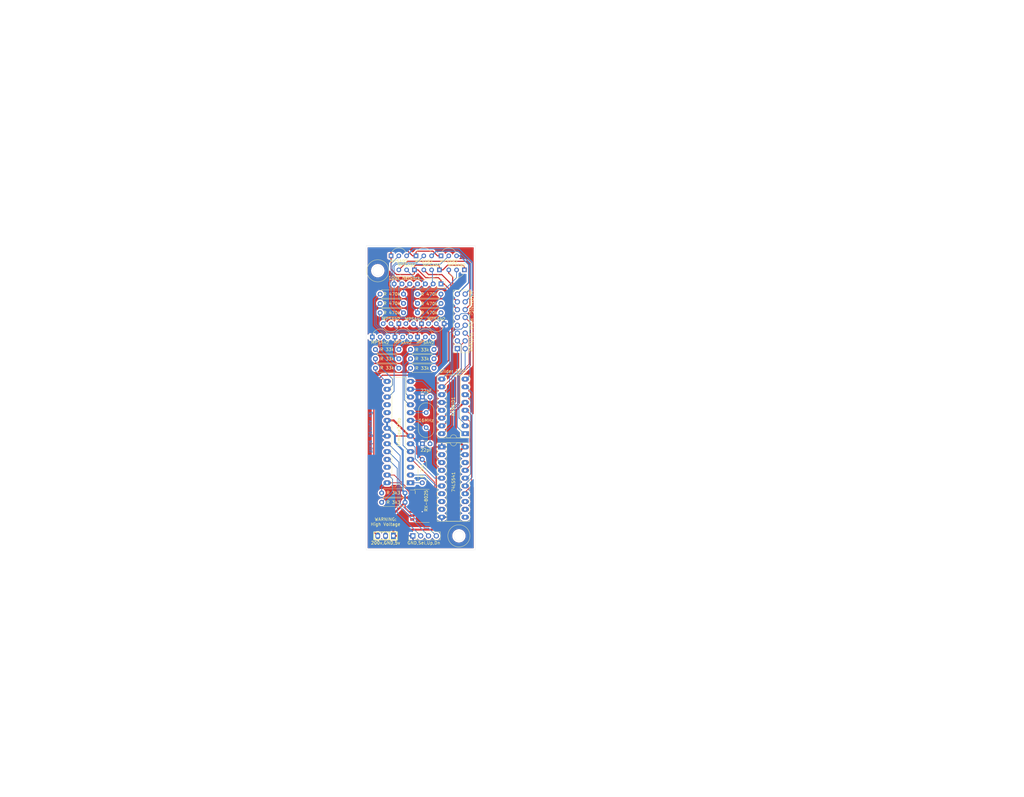
<source format=kicad_pcb>
(kicad_pcb (version 20171130) (host pcbnew "(5.1.0)-1")
  (layers (0 F.Cu signal) (31 B.Cu signal) (34 B.Paste user hide) (35 F.Paste user hide) (36 B.SilkS user hide) (37 F.SilkS user) (38 B.Mask user) (39 F.Mask user) (44 Edge.Cuts user))
  (net 0 "")
  (net 1 GND)
  (net 2 "Net-(C2-Pad1)")
  (net 3 "Net-(C3-Pad1)")
  (net 4 200v)
  (net 5 0)
  (net 6 2)
  (net 7 1)
  (net 8 "Net-(J2-Pad7)")
  (net 9 5)
  (net 10 "Net-(J2-Pad6)")
  (net 11 4)
  (net 12 5v)
  (net 13 "Net-(J2-Pad4)")
  (net 14 6)
  (net 15 "Net-(J2-Pad3)")
  (net 16 7)
  (net 17 9)
  (net 18 3)
  (net 19 8)
  (net 20 digit6lsb)
  (net 21 digit5)
  (net 22 digit4)
  (net 23 digit3)
  (net 24 digit2)
  (net 25 digit1msb)
  (net 26 "Net-(J4-Pad14)")
  (net 27 "Net-(J4-Pad13)")
  (net 28 "Net-(J4-Pad12)")
  (net 29 "Net-(J4-Pad10)")
  (net 30 "Net-(J4-Pad9)")
  (net 31 "Net-(J4-Pad8)")
  (net 32 "Net-(J4-Pad5)")
  (net 33 "Net-(J4-Pad4)")
  (net 34 "Net-(J4-Pad3)")
  (net 35 "Net-(J4-Pad2)")
  (net 36 "Net-(J4-Pad1)")
  (net 37 "Net-(J5-Pad4)")
  (net 38 "Net-(J5-Pad3)")
  (net 39 "Net-(J5-Pad2)")
  (net 40 "Net-(Q1-Pad3)")
  (net 41 "Net-(Q1-Pad2)")
  (net 42 "Net-(Q2-Pad3)")
  (net 43 "Net-(Q2-Pad2)")
  (net 44 "Net-(Q3-Pad3)")
  (net 45 "Net-(Q3-Pad2)")
  (net 46 "Net-(Q4-Pad3)")
  (net 47 "Net-(Q4-Pad2)")
  (net 48 "Net-(Q5-Pad3)")
  (net 49 "Net-(Q5-Pad2)")
  (net 50 "Net-(Q6-Pad3)")
  (net 51 "Net-(Q6-Pad2)")
  (net 52 "Net-(R1-Pad2)")
  (net 53 "Net-(R14-Pad2)")
  (net 54 "Net-(R15-Pad2)")
  (net 55 "Net-(R16-Pad2)")
  (net 56 "Net-(R17-Pad2)")
  (net 57 "Net-(R18-Pad2)")
  (net 58 "Net-(R19-Pad2)")
  (net 59 "Net-(U1-Pad14)")
  (net 60 "Net-(U1-Pad13)")
  (net 61 "Net-(U1-Pad26)")
  (net 62 "Net-(U1-Pad6)")
  (net 63 "Net-(U1-Pad19)")
  (net 64 "Net-(U1-Pad18)")
  (net 65 "Net-(U1-Pad3)")
  (net 66 "Net-(U1-Pad2)")
  (net 67 "Net-(U3-Pad9)")
  (net 68 "Net-(U3-Pad18)")
  (net 69 "Net-(U3-Pad8)")
  (net 70 "Net-(U3-Pad7)")
  (net 71 "Net-(U3-Pad13)")
  (net 72 "Net-(U3-Pad12)")
  (net 73 "Net-(U3-Pad2)")
  (net 74 "Net-(U3-Pad11)")
  (net 75 "Net-(Q7-Pad2)")
  (net 76 "Net-(Q8-Pad2)")
  (net 77 "Net-(Q9-Pad2)")
  (net 78 "Net-(Q10-Pad2)")
  (net 79 "Net-(Q11-Pad2)")
  (net 80 "Net-(Q12-Pad2)")
  (module w_pin_strip:pin_socket_3 (layer F.Cu) (at 110.49 151.384 180)
    (fp_text reference 200v,GND,5v (at 0 -2.286 180) (layer F.SilkS) (effects (font (size 1.016 1.016) (thickness 0.1778))))
    (fp_text value HEADER_3 hide)
    (pad 3 thru_hole oval (at 2.54 0 180) (size 1.524 2.19964) (drill 1.00076) (layers *.Cu *.Mask) (net 4 200v))
    (pad 2 thru_hole oval (at 0 0 180) (size 1.524 2.19964) (drill 1.00076) (layers *.Cu *.Mask) (net 1 GND))
    (pad 1 thru_hole rect (at -2.54 0 180) (size 1.524 2.19964) (drill 1.00076) (layers *.Cu *.Mask) (net 12 5v))
  )
  (module Package_TO_SOT_THT:TO-92L_Inline_Wide (layer F.Cu) (at 128.524 60.198)
    (fp_text reference MPSA92 (at 2.54 1.778) (layer F.SilkS))
    (fp_text value MPSA92)
    (pad 2 thru_hole circle (at 2.54 0 90) (size 1.5 1.5) (drill 0.8) (layers *.Cu *.Mask) (net 79 "Net-(Q11-Pad2)"))
    (pad 3 thru_hole circle (at 5.08 0 90) (size 1.5 1.5) (drill 0.8) (layers *.Cu *.Mask) (net 21 digit5))
    (pad 1 thru_hole rect (at 0 0 90) (size 1.5 1.5) (drill 0.8) (layers *.Cu *.Mask) (net 4 200v))
  )
  (module Package_TO_SOT_THT:TO-92L_Inline_Wide (layer F.Cu) (at 120.396 60.198)
    (fp_text reference MPSA92 (at 2.54 1.778) (layer F.SilkS))
    (fp_text value MPSA92)
    (pad 2 thru_hole circle (at 2.54 0 90) (size 1.5 1.5) (drill 0.8) (layers *.Cu *.Mask) (net 80 "Net-(Q12-Pad2)"))
    (pad 3 thru_hole circle (at 5.08 0 90) (size 1.5 1.5) (drill 0.8) (layers *.Cu *.Mask) (net 20 digit6lsb))
    (pad 1 thru_hole rect (at 0 0 90) (size 1.5 1.5) (drill 0.8) (layers *.Cu *.Mask) (net 4 200v))
  )
  (module Package_TO_SOT_THT:TO-92L_Inline_Wide (layer F.Cu) (at 112.268 60.198)
    (fp_text reference MPSA92 (at 2.54 1.778) (layer F.SilkS))
    (fp_text value MPSA92)
    (pad 2 thru_hole circle (at 2.54 0 90) (size 1.5 1.5) (drill 0.8) (layers *.Cu *.Mask) (net 78 "Net-(Q10-Pad2)"))
    (pad 3 thru_hole circle (at 5.08 0 90) (size 1.5 1.5) (drill 0.8) (layers *.Cu *.Mask) (net 22 digit4))
    (pad 1 thru_hole rect (at 0 0 90) (size 1.5 1.5) (drill 0.8) (layers *.Cu *.Mask) (net 4 200v))
  )
  (module Package_TO_SOT_THT:TO-92L_Inline_Wide (layer F.Cu) (at 136.144 64.77 180)
    (fp_text reference MPSA92 (at 2.54 1.524 180) (layer F.SilkS))
    (fp_text value MPSA92)
    (pad 2 thru_hole circle (at 2.54 0 270) (size 1.5 1.5) (drill 0.8) (layers *.Cu *.Mask) (net 77 "Net-(Q9-Pad2)"))
    (pad 3 thru_hole circle (at 5.08 0 270) (size 1.5 1.5) (drill 0.8) (layers *.Cu *.Mask) (net 23 digit3))
    (pad 1 thru_hole rect (at 0 0 270) (size 1.5 1.5) (drill 0.8) (layers *.Cu *.Mask) (net 4 200v))
  )
  (module Package_TO_SOT_THT:TO-92L_Inline_Wide (layer F.Cu) (at 128.016 64.77 180)
    (fp_text reference MPSA92 (at 2.54 1.524 180) (layer F.SilkS))
    (fp_text value MPSA92)
    (pad 1 thru_hole rect (at 0 0 270) (size 1.5 1.5) (drill 0.8) (layers *.Cu *.Mask) (net 4 200v))
    (pad 3 thru_hole circle (at 5.08 0 270) (size 1.5 1.5) (drill 0.8) (layers *.Cu *.Mask) (net 25 digit1msb))
    (pad 2 thru_hole circle (at 2.54 0 270) (size 1.5 1.5) (drill 0.8) (layers *.Cu *.Mask) (net 75 "Net-(Q7-Pad2)"))
  )
  (module Package_TO_SOT_THT:TO-92L_Inline_Wide (layer F.Cu) (at 119.888 64.77 180)
    (fp_text reference MPSA92 (at 2.54 1.524 180) (layer F.SilkS))
    (fp_text value MPSA92)
    (pad 2 thru_hole circle (at 2.54 0 270) (size 1.5 1.5) (drill 0.8) (layers *.Cu *.Mask) (net 76 "Net-(Q8-Pad2)"))
    (pad 3 thru_hole circle (at 5.08 0 270) (size 1.5 1.5) (drill 0.8) (layers *.Cu *.Mask) (net 24 digit2))
    (pad 1 thru_hole rect (at 0 0 270) (size 1.5 1.5) (drill 0.8) (layers *.Cu *.Mask) (net 4 200v))
  )
  (module Package_TO_SOT_THT:TO-92L_Inline_Wide (layer F.Cu) (at 114.808 82.296 180)
    (fp_text reference MPSA42 (at 2.54 1.524 180) (layer F.SilkS))
    (fp_text value MPSA42)
    (pad 1 thru_hole rect (at 0 0 270) (size 1.5 1.5) (drill 0.8) (layers *.Cu *.Mask) (net 1 GND))
    (pad 3 thru_hole circle (at 5.08 0 270) (size 1.5 1.5) (drill 0.8) (layers *.Cu *.Mask) (net 48 "Net-(Q5-Pad3)"))
    (pad 2 thru_hole circle (at 2.54 0 270) (size 1.5 1.5) (drill 0.8) (layers *.Cu *.Mask) (net 49 "Net-(Q5-Pad2)"))
  )
  (module Package_TO_SOT_THT:TO-92L_Inline_Wide (layer F.Cu) (at 122.174 82.296 180)
    (fp_text reference MPSA42 (at 2.54 1.524 180) (layer F.SilkS))
    (fp_text value MPSA42)
    (pad 1 thru_hole rect (at 0 0 270) (size 1.5 1.5) (drill 0.8) (layers *.Cu *.Mask) (net 1 GND))
    (pad 3 thru_hole circle (at 5.08 0 270) (size 1.5 1.5) (drill 0.8) (layers *.Cu *.Mask) (net 50 "Net-(Q6-Pad3)"))
    (pad 2 thru_hole circle (at 2.54 0 270) (size 1.5 1.5) (drill 0.8) (layers *.Cu *.Mask) (net 51 "Net-(Q6-Pad2)"))
  )
  (module Package_TO_SOT_THT:TO-92L_Inline_Wide (layer F.Cu) (at 129.54 82.296 180)
    (fp_text reference MPSA42 (at 2.54 1.524 180) (layer F.SilkS))
    (fp_text value MPSA42)
    (pad 1 thru_hole rect (at 0 0 270) (size 1.5 1.5) (drill 0.8) (layers *.Cu *.Mask) (net 1 GND))
    (pad 3 thru_hole circle (at 5.08 0 270) (size 1.5 1.5) (drill 0.8) (layers *.Cu *.Mask) (net 46 "Net-(Q4-Pad3)"))
    (pad 2 thru_hole circle (at 2.54 0 270) (size 1.5 1.5) (drill 0.8) (layers *.Cu *.Mask) (net 47 "Net-(Q4-Pad2)"))
  )
  (module Package_SO:SOP-16_4.4x10.4mm_P1.27mm (layer F.Cu) (at 122.326 141.61)
    (fp_text reference RX-8025 (at 1.372 -1.656 90) (layer F.SilkS))
    (fp_text value RX-8025SA)
    (pad 16 smd rect (at 3.15 -4.45) (size 1.3 0.8) (layers F.Cu F.Paste F.Mask))
    (pad 15 smd rect (at 3.15 -3.17) (size 1.3 0.8) (layers F.Cu F.Paste F.Mask))
    (pad 14 smd rect (at 3.15 -1.91) (size 1.3 0.8) (layers F.Cu F.Paste F.Mask) (net 26 "Net-(J4-Pad14)"))
    (pad 13 smd rect (at 3.15 -0.64) (size 1.3 0.8) (layers F.Cu F.Paste F.Mask) (net 27 "Net-(J4-Pad13)"))
    (pad 12 smd rect (at 3.15 0.64) (size 1.3 0.8) (layers F.Cu F.Paste F.Mask) (net 28 "Net-(J4-Pad12)"))
    (pad 11 smd rect (at 3.15 1.91) (size 1.3 0.8) (layers F.Cu F.Paste F.Mask) (net 1 GND))
    (pad 10 smd rect (at 3.15 3.17) (size 1.3 0.8) (layers F.Cu F.Paste F.Mask) (net 29 "Net-(J4-Pad10)"))
    (pad 9 smd rect (at 3.15 4.45) (size 1.3 0.8) (layers F.Cu F.Paste F.Mask) (net 30 "Net-(J4-Pad9)"))
    (pad 8 smd rect (at -3.15 4.45) (size 1.3 0.8) (layers F.Cu F.Paste F.Mask) (net 31 "Net-(J4-Pad8)"))
    (pad 7 smd rect (at -3.15 3.17) (size 1.3 0.8) (layers F.Cu F.Paste F.Mask) (net 1 GND))
    (pad 6 smd rect (at -3.15 1.91) (size 1.3 0.8) (layers F.Cu F.Paste F.Mask) (net 12 5v))
    (pad 5 smd rect (at -3.15 0.64) (size 1.3 0.8) (layers F.Cu F.Paste F.Mask) (net 32 "Net-(J4-Pad5)"))
    (pad 4 smd rect (at -3.15 -0.64) (size 1.3 0.8) (layers F.Cu F.Paste F.Mask) (net 33 "Net-(J4-Pad4)"))
    (pad 3 smd rect (at -3.15 -1.91) (size 1.3 0.8) (layers F.Cu F.Paste F.Mask) (net 34 "Net-(J4-Pad3)"))
    (pad 2 smd rect (at -3.15 -3.17) (size 1.3 0.8) (layers F.Cu F.Paste F.Mask) (net 35 "Net-(J4-Pad2)"))
    (pad 1 smd rect (at -3.15 -4.45) (size 1.3 0.8) (layers F.Cu F.Paste F.Mask) (net 36 "Net-(J4-Pad1)"))
  )
  (module Package_DIP:DIP-16_W7.62mm_Socket_LongPads (layer F.Cu) (at 136.398 118.11 180)
    (fp_text reference K155ID1 (at 3.892 8.86 270) (layer F.SilkS))
    (fp_text value K155ID1)
    (pad 16 thru_hole oval (at 7.62 0 180) (size 2.4 1.6) (drill 0.8) (layers *.Cu *.Mask) (net 5 0))
    (pad 8 thru_hole oval (at 0 17.78 180) (size 2.4 1.6) (drill 0.8) (layers *.Cu *.Mask) (net 6 2))
    (pad 15 thru_hole oval (at 7.62 2.54 180) (size 2.4 1.6) (drill 0.8) (layers *.Cu *.Mask) (net 7 1))
    (pad 7 thru_hole oval (at 0 15.24 180) (size 2.4 1.6) (drill 0.8) (layers *.Cu *.Mask) (net 8 "Net-(J2-Pad7)"))
    (pad 14 thru_hole oval (at 7.62 5.08 180) (size 2.4 1.6) (drill 0.8) (layers *.Cu *.Mask) (net 9 5))
    (pad 6 thru_hole oval (at 0 12.7 180) (size 2.4 1.6) (drill 0.8) (layers *.Cu *.Mask) (net 10 "Net-(J2-Pad6)"))
    (pad 13 thru_hole oval (at 7.62 7.62 180) (size 2.4 1.6) (drill 0.8) (layers *.Cu *.Mask) (net 11 4))
    (pad 5 thru_hole oval (at 0 10.16 180) (size 2.4 1.6) (drill 0.8) (layers *.Cu *.Mask) (net 12 5v))
    (pad 12 thru_hole oval (at 7.62 10.16 180) (size 2.4 1.6) (drill 0.8) (layers *.Cu *.Mask) (net 1 GND))
    (pad 4 thru_hole oval (at 0 7.62 180) (size 2.4 1.6) (drill 0.8) (layers *.Cu *.Mask) (net 13 "Net-(J2-Pad4)"))
    (pad 11 thru_hole oval (at 7.62 12.7 180) (size 2.4 1.6) (drill 0.8) (layers *.Cu *.Mask) (net 14 6))
    (pad 3 thru_hole oval (at 0 5.08 180) (size 2.4 1.6) (drill 0.8) (layers *.Cu *.Mask) (net 15 "Net-(J2-Pad3)"))
    (pad 10 thru_hole oval (at 7.62 15.24 180) (size 2.4 1.6) (drill 0.8) (layers *.Cu *.Mask) (net 16 7))
    (pad 2 thru_hole oval (at 0 2.54 180) (size 2.4 1.6) (drill 0.8) (layers *.Cu *.Mask) (net 17 9))
    (pad 9 thru_hole oval (at 7.62 17.78 180) (size 2.4 1.6) (drill 0.8) (layers *.Cu *.Mask) (net 18 3))
    (pad 1 thru_hole rect (at 0 0 180) (size 2.4 1.6) (drill 0.8) (layers *.Cu *.Mask) (net 19 8))
  )
  (module Connector_PinSocket_2.54mm:PinSocket_2x08_P2.54mm_Vertical (layer F.Cu) (at 133.858 90.424 180)
    (fp_text reference " " (at -1.27 -2.77 180) (layer F.SilkS))
    (fp_text value HEADER_16)
    (pad 1 thru_hole rect (at 0 0 180) (size 1.7 1.7) (drill 1) (layers *.Cu *.Mask) (net 5 0))
    (pad 2 thru_hole oval (at -2.54 0 180) (size 1.7 1.7) (drill 1) (layers *.Cu *.Mask) (net 17 9))
    (pad 3 thru_hole oval (at 0 2.54 180) (size 1.7 1.7) (drill 1) (layers *.Cu *.Mask) (net 19 8))
    (pad 4 thru_hole oval (at -2.54 2.54 180) (size 1.7 1.7) (drill 1) (layers *.Cu *.Mask) (net 16 7))
    (pad 5 thru_hole oval (at 0 5.08 180) (size 1.7 1.7) (drill 1) (layers *.Cu *.Mask) (net 14 6))
    (pad 6 thru_hole oval (at -2.54 5.08 180) (size 1.7 1.7) (drill 1) (layers *.Cu *.Mask) (net 9 5))
    (pad 7 thru_hole oval (at 0 7.62 180) (size 1.7 1.7) (drill 1) (layers *.Cu *.Mask) (net 11 4))
    (pad 8 thru_hole oval (at -2.54 7.62 180) (size 1.7 1.7) (drill 1) (layers *.Cu *.Mask) (net 18 3))
    (pad 9 thru_hole oval (at 0 10.16 180) (size 1.7 1.7) (drill 1) (layers *.Cu *.Mask) (net 6 2))
    (pad 10 thru_hole oval (at -2.54 10.16 180) (size 1.7 1.7) (drill 1) (layers *.Cu *.Mask) (net 7 1))
    (pad 11 thru_hole oval (at 0 12.7 180) (size 1.7 1.7) (drill 1) (layers *.Cu *.Mask) (net 25 digit1msb))
    (pad 12 thru_hole oval (at -2.54 12.7 180) (size 1.7 1.7) (drill 1) (layers *.Cu *.Mask) (net 24 digit2))
    (pad 13 thru_hole oval (at 0 15.24 180) (size 1.7 1.7) (drill 1) (layers *.Cu *.Mask) (net 23 digit3))
    (pad 14 thru_hole oval (at -2.54 15.24 180) (size 1.7 1.7) (drill 1) (layers *.Cu *.Mask) (net 22 digit4))
    (pad 15 thru_hole oval (at 0 17.78 180) (size 1.7 1.7) (drill 1) (layers *.Cu *.Mask) (net 21 digit5))
    (pad 16 thru_hole oval (at -2.54 17.78 180) (size 1.7 1.7) (drill 1) (layers *.Cu *.Mask) (net 20 digit6lsb))
  )
  (module Resistor_THT:R_Array_SIP7 (layer F.Cu) (at 128.524 69.342 180)
    (fp_text reference "100k Network" (at 11.938 2.032 180) (layer F.SilkS))
    (fp_text value 100k)
    (pad 7 thru_hole oval (at 15.24 0 180) (size 1.6 1.6) (drill 0.8) (layers *.Cu *.Mask) (net 80 "Net-(Q12-Pad2)"))
    (pad 6 thru_hole oval (at 12.7 0 180) (size 1.6 1.6) (drill 0.8) (layers *.Cu *.Mask) (net 79 "Net-(Q11-Pad2)"))
    (pad 5 thru_hole oval (at 10.16 0 180) (size 1.6 1.6) (drill 0.8) (layers *.Cu *.Mask) (net 78 "Net-(Q10-Pad2)"))
    (pad 4 thru_hole oval (at 7.62 0 180) (size 1.6 1.6) (drill 0.8) (layers *.Cu *.Mask) (net 77 "Net-(Q9-Pad2)"))
    (pad 3 thru_hole oval (at 5.08 0 180) (size 1.6 1.6) (drill 0.8) (layers *.Cu *.Mask) (net 76 "Net-(Q8-Pad2)"))
    (pad 2 thru_hole oval (at 2.54 0 180) (size 1.6 1.6) (drill 0.8) (layers *.Cu *.Mask) (net 75 "Net-(Q7-Pad2)"))
    (pad 1 thru_hole rect (at 0 0 180) (size 1.6 1.6) (drill 0.8) (layers *.Cu *.Mask) (net 4 200v))
  )
  (module Resistor_THT:R_Axial_DIN0207_L6.3mm_D2.5mm_P7.62mm_Horizontal (layer F.Cu) (at 116.332 72.644 180)
    (fp_text reference "R 470k" (at 3.81 0) (layer F.SilkS))
    (fp_text value 470k)
    (pad 1 thru_hole circle (at 0 0 180) (size 1.6 1.6) (drill 0.8) (layers *.Cu *.Mask) (net 78 "Net-(Q10-Pad2)"))
    (pad 2 thru_hole oval (at 7.62 0 180) (size 1.6 1.6) (drill 0.8) (layers *.Cu *.Mask) (net 44 "Net-(Q3-Pad3)"))
  )
  (module Package_TO_SOT_THT:TO-92L_Inline_Wide (layer F.Cu) (at 120.904 86.614)
    (fp_text reference MPSA42 (at 2.54 1.778) (layer F.SilkS))
    (fp_text value MPSA42)
    (pad 1 thru_hole rect (at 0 0 90) (size 1.5 1.5) (drill 0.8) (layers *.Cu *.Mask) (net 1 GND))
    (pad 3 thru_hole circle (at 5.08 0 90) (size 1.5 1.5) (drill 0.8) (layers *.Cu *.Mask) (net 42 "Net-(Q2-Pad3)"))
    (pad 2 thru_hole circle (at 2.54 0 90) (size 1.5 1.5) (drill 0.8) (layers *.Cu *.Mask) (net 43 "Net-(Q2-Pad2)"))
  )
  (module Package_TO_SOT_THT:TO-92L_Inline_Wide (layer F.Cu) (at 113.538 86.614)
    (fp_text reference MPSA42 (at 2.54 1.778) (layer F.SilkS))
    (fp_text value MPSA42)
    (pad 1 thru_hole rect (at 0 0 90) (size 1.5 1.5) (drill 0.8) (layers *.Cu *.Mask) (net 1 GND))
    (pad 3 thru_hole circle (at 5.08 0 90) (size 1.5 1.5) (drill 0.8) (layers *.Cu *.Mask) (net 40 "Net-(Q1-Pad3)"))
    (pad 2 thru_hole circle (at 2.54 0 90) (size 1.5 1.5) (drill 0.8) (layers *.Cu *.Mask) (net 41 "Net-(Q1-Pad2)"))
  )
  (module Package_TO_SOT_THT:TO-92L_Inline_Wide (layer F.Cu) (at 106.172 86.614)
    (fp_text reference MPSA42 (at 2.54 1.778 180) (layer F.SilkS))
    (fp_text value MPSA42)
    (pad 1 thru_hole rect (at 0 0 90) (size 1.5 1.5) (drill 0.8) (layers *.Cu *.Mask) (net 1 GND))
    (pad 3 thru_hole circle (at 5.08 0 90) (size 1.5 1.5) (drill 0.8) (layers *.Cu *.Mask) (net 44 "Net-(Q3-Pad3)"))
    (pad 2 thru_hole circle (at 2.54 0 90) (size 1.5 1.5) (drill 0.8) (layers *.Cu *.Mask) (net 45 "Net-(Q3-Pad2)"))
  )
  (module Resistor_THT:R_Axial_DIN0207_L6.3mm_D2.5mm_P7.62mm_Horizontal (layer F.Cu) (at 120.904 72.644)
    (fp_text reference "R 470k" (at 3.81 0.04) (layer F.SilkS))
    (fp_text value 470k)
    (pad 1 thru_hole circle (at 0 0) (size 1.6 1.6) (drill 0.8) (layers *.Cu *.Mask) (net 75 "Net-(Q7-Pad2)"))
    (pad 2 thru_hole oval (at 7.62 0) (size 1.6 1.6) (drill 0.8) (layers *.Cu *.Mask) (net 48 "Net-(Q5-Pad3)"))
  )
  (module Resistor_THT:R_Axial_DIN0207_L6.3mm_D2.5mm_P7.62mm_Horizontal (layer F.Cu) (at 120.904 75.692)
    (fp_text reference "R 470k" (at 3.81 0.118) (layer F.SilkS))
    (fp_text value 470k)
    (pad 1 thru_hole circle (at 0 0) (size 1.6 1.6) (drill 0.8) (layers *.Cu *.Mask) (net 76 "Net-(Q8-Pad2)"))
    (pad 2 thru_hole oval (at 7.62 0) (size 1.6 1.6) (drill 0.8) (layers *.Cu *.Mask) (net 50 "Net-(Q6-Pad3)"))
  )
  (module Crystal:Crystal_HC18-U_Vertical (layer F.Cu) (at 123.698 116.152 90)
    (fp_text reference 16MHz (at 2.36 0 180) (layer F.SilkS))
    (fp_text value Crystal)
    (pad 2 thru_hole circle (at 4.9 0 90) (size 1.5 1.5) (drill 0.8) (layers *.Cu *.Mask) (net 3 "Net-(C3-Pad1)"))
    (pad 1 thru_hole circle (at 0 0 90) (size 1.5 1.5) (drill 0.8) (layers *.Cu *.Mask) (net 2 "Net-(C2-Pad1)"))
  )
  (module Package_DIP:DIP-20_W7.62mm_Socket_LongPads (layer F.Cu) (at 128.778 122.428)
    (fp_text reference 74LS541 (at 3.81 11.4 90) (layer F.SilkS))
    (fp_text value 74LS541)
    (pad 20 thru_hole oval (at 7.62 0) (size 2.4 1.6) (drill 0.8) (layers *.Cu *.Mask) (net 12 5v))
    (pad 10 thru_hole oval (at 0 22.86) (size 2.4 1.6) (drill 0.8) (layers *.Cu *.Mask) (net 1 GND))
    (pad 19 thru_hole oval (at 7.62 2.54) (size 2.4 1.6) (drill 0.8) (layers *.Cu *.Mask) (net 1 GND))
    (pad 9 thru_hole oval (at 0 20.32) (size 2.4 1.6) (drill 0.8) (layers *.Cu *.Mask) (net 67 "Net-(U3-Pad9)"))
    (pad 18 thru_hole oval (at 7.62 5.08) (size 2.4 1.6) (drill 0.8) (layers *.Cu *.Mask) (net 68 "Net-(U3-Pad18)"))
    (pad 8 thru_hole oval (at 0 17.78) (size 2.4 1.6) (drill 0.8) (layers *.Cu *.Mask) (net 69 "Net-(U3-Pad8)"))
    (pad 17 thru_hole oval (at 7.62 7.62) (size 2.4 1.6) (drill 0.8) (layers *.Cu *.Mask) (net 15 "Net-(J2-Pad3)"))
    (pad 7 thru_hole oval (at 0 15.24) (size 2.4 1.6) (drill 0.8) (layers *.Cu *.Mask) (net 70 "Net-(U3-Pad7)"))
    (pad 16 thru_hole oval (at 7.62 10.16) (size 2.4 1.6) (drill 0.8) (layers *.Cu *.Mask) (net 10 "Net-(J2-Pad6)"))
    (pad 6 thru_hole oval (at 0 12.7) (size 2.4 1.6) (drill 0.8) (layers *.Cu *.Mask) (net 66 "Net-(U1-Pad2)"))
    (pad 15 thru_hole oval (at 7.62 12.7) (size 2.4 1.6) (drill 0.8) (layers *.Cu *.Mask) (net 8 "Net-(J2-Pad7)"))
    (pad 5 thru_hole oval (at 0 10.16) (size 2.4 1.6) (drill 0.8) (layers *.Cu *.Mask) (net 62 "Net-(U1-Pad6)"))
    (pad 14 thru_hole oval (at 7.62 15.24) (size 2.4 1.6) (drill 0.8) (layers *.Cu *.Mask) (net 13 "Net-(J2-Pad4)"))
    (pad 4 thru_hole oval (at 0 7.62) (size 2.4 1.6) (drill 0.8) (layers *.Cu *.Mask) (net 60 "Net-(U1-Pad13)"))
    (pad 13 thru_hole oval (at 7.62 17.78) (size 2.4 1.6) (drill 0.8) (layers *.Cu *.Mask) (net 71 "Net-(U3-Pad13)"))
    (pad 3 thru_hole oval (at 0 5.08) (size 2.4 1.6) (drill 0.8) (layers *.Cu *.Mask) (net 59 "Net-(U1-Pad14)"))
    (pad 12 thru_hole oval (at 7.62 20.32) (size 2.4 1.6) (drill 0.8) (layers *.Cu *.Mask) (net 72 "Net-(U3-Pad12)"))
    (pad 2 thru_hole oval (at 0 2.54) (size 2.4 1.6) (drill 0.8) (layers *.Cu *.Mask) (net 73 "Net-(U3-Pad2)"))
    (pad 11 thru_hole oval (at 7.62 22.86) (size 2.4 1.6) (drill 0.8) (layers *.Cu *.Mask) (net 74 "Net-(U3-Pad11)"))
    (pad 1 thru_hole rect (at 0 0) (size 2.4 1.6) (drill 0.8) (layers *.Cu *.Mask) (net 1 GND))
  )
  (module Package_DIP:DIP-28_W7.62mm_LongPads (layer F.Cu) (at 118.618 134.112 180)
    (fp_text reference ATmega328p (at 3.81 16.51 270) (layer F.SilkS))
    (fp_text value ATMEGA328P-PU)
    (pad 28 thru_hole oval (at 7.62 0 180) (size 2.4 1.6) (drill 0.8) (layers *.Cu *.Mask) (net 35 "Net-(J4-Pad2)"))
    (pad 14 thru_hole oval (at 0 33.02 180) (size 2.4 1.6) (drill 0.8) (layers *.Cu *.Mask) (net 59 "Net-(U1-Pad14)"))
    (pad 27 thru_hole oval (at 7.62 2.54 180) (size 2.4 1.6) (drill 0.8) (layers *.Cu *.Mask) (net 27 "Net-(J4-Pad13)"))
    (pad 13 thru_hole oval (at 0 30.48 180) (size 2.4 1.6) (drill 0.8) (layers *.Cu *.Mask) (net 60 "Net-(U1-Pad13)"))
    (pad 26 thru_hole oval (at 7.62 5.08 180) (size 2.4 1.6) (drill 0.8) (layers *.Cu *.Mask) (net 61 "Net-(U1-Pad26)"))
    (pad 12 thru_hole oval (at 0 27.94 180) (size 2.4 1.6) (drill 0.8) (layers *.Cu *.Mask) (net 53 "Net-(R14-Pad2)"))
    (pad 25 thru_hole oval (at 7.62 7.62 180) (size 2.4 1.6) (drill 0.8) (layers *.Cu *.Mask) (net 39 "Net-(J5-Pad2)"))
    (pad 11 thru_hole oval (at 0 25.4 180) (size 2.4 1.6) (drill 0.8) (layers *.Cu *.Mask) (net 55 "Net-(R16-Pad2)"))
    (pad 24 thru_hole oval (at 7.62 10.16 180) (size 2.4 1.6) (drill 0.8) (layers *.Cu *.Mask) (net 38 "Net-(J5-Pad3)"))
    (pad 10 thru_hole oval (at 0 22.86 180) (size 2.4 1.6) (drill 0.8) (layers *.Cu *.Mask) (net 3 "Net-(C3-Pad1)"))
    (pad 23 thru_hole oval (at 7.62 12.7 180) (size 2.4 1.6) (drill 0.8) (layers *.Cu *.Mask) (net 37 "Net-(J5-Pad4)"))
    (pad 9 thru_hole oval (at 0 20.32 180) (size 2.4 1.6) (drill 0.8) (layers *.Cu *.Mask) (net 2 "Net-(C2-Pad1)"))
    (pad 22 thru_hole oval (at 7.62 15.24 180) (size 2.4 1.6) (drill 0.8) (layers *.Cu *.Mask) (net 1 GND))
    (pad 8 thru_hole oval (at 0 17.78 180) (size 2.4 1.6) (drill 0.8) (layers *.Cu *.Mask) (net 1 GND))
    (pad 21 thru_hole oval (at 7.62 17.78 180) (size 2.4 1.6) (drill 0.8) (layers *.Cu *.Mask) (net 12 5v))
    (pad 7 thru_hole oval (at 0 15.24 180) (size 2.4 1.6) (drill 0.8) (layers *.Cu *.Mask) (net 12 5v))
    (pad 20 thru_hole oval (at 7.62 20.32 180) (size 2.4 1.6) (drill 0.8) (layers *.Cu *.Mask) (net 12 5v))
    (pad 6 thru_hole oval (at 0 12.7 180) (size 2.4 1.6) (drill 0.8) (layers *.Cu *.Mask) (net 62 "Net-(U1-Pad6)"))
    (pad 19 thru_hole oval (at 7.62 22.86 180) (size 2.4 1.6) (drill 0.8) (layers *.Cu *.Mask) (net 63 "Net-(U1-Pad19)"))
    (pad 5 thru_hole oval (at 0 10.16 180) (size 2.4 1.6) (drill 0.8) (layers *.Cu *.Mask) (net 57 "Net-(R18-Pad2)"))
    (pad 18 thru_hole oval (at 7.62 25.4 180) (size 2.4 1.6) (drill 0.8) (layers *.Cu *.Mask) (net 64 "Net-(U1-Pad18)"))
    (pad 4 thru_hole oval (at 0 7.62 180) (size 2.4 1.6) (drill 0.8) (layers *.Cu *.Mask) (net 29 "Net-(J4-Pad10)"))
    (pad 17 thru_hole oval (at 7.62 27.94 180) (size 2.4 1.6) (drill 0.8) (layers *.Cu *.Mask) (net 54 "Net-(R15-Pad2)"))
    (pad 3 thru_hole oval (at 0 5.08 180) (size 2.4 1.6) (drill 0.8) (layers *.Cu *.Mask) (net 65 "Net-(U1-Pad3)"))
    (pad 16 thru_hole oval (at 7.62 30.48 180) (size 2.4 1.6) (drill 0.8) (layers *.Cu *.Mask) (net 56 "Net-(R17-Pad2)"))
    (pad 2 thru_hole oval (at 0 2.54 180) (size 2.4 1.6) (drill 0.8) (layers *.Cu *.Mask) (net 66 "Net-(U1-Pad2)"))
    (pad 15 thru_hole oval (at 7.62 33.02 180) (size 2.4 1.6) (drill 0.8) (layers *.Cu *.Mask) (net 58 "Net-(R19-Pad2)"))
    (pad 1 thru_hole rect (at 0 0 180) (size 2.4 1.6) (drill 0.8) (layers *.Cu *.Mask) (net 52 "Net-(R1-Pad2)"))
  )
  (module Resistor_THT:R_Axial_DIN0207_L6.3mm_D2.5mm_P7.62mm_Horizontal (layer F.Cu) (at 116.84 140.462 180)
    (fp_text reference "R 3k3" (at 3.788 0 180) (layer F.SilkS))
    (fp_text value 3.3k)
    (pad 2 thru_hole oval (at 7.62 0 180) (size 1.6 1.6) (drill 0.8) (layers *.Cu *.Mask) (net 27 "Net-(J4-Pad13)"))
    (pad 1 thru_hole circle (at 0 0 180) (size 1.6 1.6) (drill 0.8) (layers *.Cu *.Mask) (net 12 5v))
  )
  (module Resistor_THT:R_Axial_DIN0207_L6.3mm_D2.5mm_P7.62mm_Horizontal (layer F.Cu) (at 116.84 137.414 180)
    (fp_text reference "R 3k3" (at 3.81 0.058 180) (layer F.SilkS))
    (fp_text value 3.3k)
    (pad 2 thru_hole oval (at 7.62 0 180) (size 1.6 1.6) (drill 0.8) (layers *.Cu *.Mask) (net 35 "Net-(J4-Pad2)"))
    (pad 1 thru_hole circle (at 0 0 180) (size 1.6 1.6) (drill 0.8) (layers *.Cu *.Mask) (net 12 5v))
  )
  (module Resistor_THT:R_Axial_DIN0207_L6.3mm_D2.5mm_P7.62mm_Horizontal (layer F.Cu) (at 114.808 96.774 180)
    (fp_text reference "R 33k" (at 3.81 0.098 180) (layer F.SilkS))
    (fp_text value 33k)
    (pad 2 thru_hole oval (at 7.62 0 180) (size 1.6 1.6) (drill 0.8) (layers *.Cu *.Mask) (net 58 "Net-(R19-Pad2)"))
    (pad 1 thru_hole circle (at 0 0 180) (size 1.6 1.6) (drill 0.8) (layers *.Cu *.Mask) (net 45 "Net-(Q3-Pad2)"))
  )
  (module Resistor_THT:R_Axial_DIN0207_L6.3mm_D2.5mm_P7.62mm_Horizontal (layer F.Cu) (at 126.238 90.678 180)
    (fp_text reference "R 33k" (at 3.81 -0.122) (layer F.SilkS))
    (fp_text value 33k)
    (pad 2 thru_hole oval (at 7.62 0 180) (size 1.6 1.6) (drill 0.8) (layers *.Cu *.Mask) (net 57 "Net-(R18-Pad2)"))
    (pad 1 thru_hole circle (at 0 0 180) (size 1.6 1.6) (drill 0.8) (layers *.Cu *.Mask) (net 49 "Net-(Q5-Pad2)"))
  )
  (module Resistor_THT:R_Axial_DIN0207_L6.3mm_D2.5mm_P7.62mm_Horizontal (layer F.Cu) (at 114.808 93.726 180)
    (fp_text reference "R 33k" (at 3.81 0 180) (layer F.SilkS))
    (fp_text value 33k)
    (pad 2 thru_hole oval (at 7.62 0 180) (size 1.6 1.6) (drill 0.8) (layers *.Cu *.Mask) (net 56 "Net-(R17-Pad2)"))
    (pad 1 thru_hole circle (at 0 0 180) (size 1.6 1.6) (drill 0.8) (layers *.Cu *.Mask) (net 41 "Net-(Q1-Pad2)"))
  )
  (module Resistor_THT:R_Axial_DIN0207_L6.3mm_D2.5mm_P7.62mm_Horizontal (layer F.Cu) (at 126.238 93.726 180)
    (fp_text reference "R 33k" (at 3.81 0 180) (layer F.SilkS))
    (fp_text value 33k)
    (pad 2 thru_hole oval (at 7.62 0 180) (size 1.6 1.6) (drill 0.8) (layers *.Cu *.Mask) (net 55 "Net-(R16-Pad2)"))
    (pad 1 thru_hole circle (at 0 0 180) (size 1.6 1.6) (drill 0.8) (layers *.Cu *.Mask) (net 51 "Net-(Q6-Pad2)"))
  )
  (module Resistor_THT:R_Axial_DIN0207_L6.3mm_D2.5mm_P7.62mm_Horizontal (layer F.Cu) (at 114.808 90.678 180)
    (fp_text reference "R 33k" (at 3.81 0 180) (layer F.SilkS))
    (fp_text value 33k)
    (pad 2 thru_hole oval (at 7.62 0 180) (size 1.6 1.6) (drill 0.8) (layers *.Cu *.Mask) (net 54 "Net-(R15-Pad2)"))
    (pad 1 thru_hole circle (at 0 0 180) (size 1.6 1.6) (drill 0.8) (layers *.Cu *.Mask) (net 43 "Net-(Q2-Pad2)"))
  )
  (module Resistor_THT:R_Axial_DIN0207_L6.3mm_D2.5mm_P7.62mm_Horizontal (layer F.Cu) (at 126.238 96.774 180)
    (fp_text reference "R 33k" (at 3.81 0 180) (layer F.SilkS))
    (fp_text value 33k)
    (pad 2 thru_hole oval (at 7.62 0 180) (size 1.6 1.6) (drill 0.8) (layers *.Cu *.Mask) (net 53 "Net-(R14-Pad2)"))
    (pad 1 thru_hole circle (at 0 0 180) (size 1.6 1.6) (drill 0.8) (layers *.Cu *.Mask) (net 47 "Net-(Q4-Pad2)"))
  )
  (module Resistor_THT:R_Axial_DIN0207_L6.3mm_D2.5mm_P7.62mm_Horizontal (layer F.Cu) (at 120.904 78.74)
    (fp_text reference "R 470k" (at 3.81 0) (layer F.SilkS))
    (fp_text value 470k)
    (pad 1 thru_hole circle (at 0 0) (size 1.6 1.6) (drill 0.8) (layers *.Cu *.Mask) (net 77 "Net-(Q9-Pad2)"))
    (pad 2 thru_hole oval (at 7.62 0) (size 1.6 1.6) (drill 0.8) (layers *.Cu *.Mask) (net 46 "Net-(Q4-Pad3)"))
  )
  (module Resistor_THT:R_Axial_DIN0207_L6.3mm_D2.5mm_P7.62mm_Horizontal (layer F.Cu) (at 116.332 75.692 180)
    (fp_text reference "R 470k" (at 3.81 0 180) (layer F.SilkS))
    (fp_text value 470k)
    (pad 1 thru_hole circle (at 0 0 180) (size 1.6 1.6) (drill 0.8) (layers *.Cu *.Mask) (net 79 "Net-(Q11-Pad2)"))
    (pad 2 thru_hole oval (at 7.62 0 180) (size 1.6 1.6) (drill 0.8) (layers *.Cu *.Mask) (net 40 "Net-(Q1-Pad3)"))
  )
  (module Resistor_THT:R_Axial_DIN0207_L6.3mm_D2.5mm_P7.62mm_Horizontal (layer F.Cu) (at 116.332 78.74 180)
    (fp_text reference "R 470k" (at 3.81 0 180) (layer F.SilkS))
    (fp_text value 470k)
    (pad 1 thru_hole circle (at 0 0 180) (size 1.6 1.6) (drill 0.8) (layers *.Cu *.Mask) (net 80 "Net-(Q12-Pad2)"))
    (pad 2 thru_hole oval (at 7.62 0 180) (size 1.6 1.6) (drill 0.8) (layers *.Cu *.Mask) (net 42 "Net-(Q2-Pad3)"))
  )
  (module Resistor_THT:R_Axial_DIN0207_L6.3mm_D2.5mm_P7.62mm_Horizontal (layer F.Cu) (at 122.428 126.492 270)
    (fp_text reference "R 20k" (at 3.81 0 270) (layer F.SilkS))
    (fp_text value 20k)
    (pad 2 thru_hole oval (at 7.62 0 270) (size 1.6 1.6) (drill 0.8) (layers *.Cu *.Mask) (net 52 "Net-(R1-Pad2)"))
    (pad 1 thru_hole circle (at 0 0 270) (size 1.6 1.6) (drill 0.8) (layers *.Cu *.Mask) (net 12 5v))
  )
  (module Connector_PinHeader_2.54mm:PinHeader_1x04_P2.54mm_Vertical (layer F.Cu) (at 119.38 151.384 90)
    (fp_text reference GND,Sel,Up,Dn (at -2.286 3.556 180) (layer F.SilkS))
    (fp_text value HEADER_4)
    (pad 4 thru_hole oval (at 0 7.62 90) (size 1.7 1.7) (drill 1) (layers *.Cu *.Mask) (net 37 "Net-(J5-Pad4)"))
    (pad 3 thru_hole oval (at 0 5.08 90) (size 1.7 1.7) (drill 1) (layers *.Cu *.Mask) (net 38 "Net-(J5-Pad3)"))
    (pad 2 thru_hole oval (at 0 2.54 90) (size 1.7 1.7) (drill 1) (layers *.Cu *.Mask) (net 39 "Net-(J5-Pad2)"))
    (pad 1 thru_hole rect (at 0 0 90) (size 1.7 1.7) (drill 1) (layers *.Cu *.Mask) (net 1 GND))
  )
  (module Capacitor_THT:C_Disc_D3.0mm_W1.6mm_P2.50mm (layer F.Cu) (at 124.968 106.172 180)
    (fp_text reference 22pF (at 1.25 2.032 180) (layer F.SilkS))
    (fp_text value 22pF)
    (pad 2 thru_hole circle (at 2.5 0 180) (size 1.6 1.6) (drill 0.8) (layers *.Cu *.Mask) (net 1 GND))
    (pad 1 thru_hole circle (at 0 0 180) (size 1.6 1.6) (drill 0.8) (layers *.Cu *.Mask) (net 3 "Net-(C3-Pad1)"))
  )
  (module Capacitor_THT:C_Disc_D3.0mm_W1.6mm_P2.50mm (layer F.Cu) (at 124.968 121.412 180)
    (fp_text reference 22pF (at 1.25 -2.05 180) (layer F.SilkS))
    (fp_text value 22pF)
    (pad 2 thru_hole circle (at 2.5 0 180) (size 1.6 1.6) (drill 0.8) (layers *.Cu *.Mask) (net 1 GND))
    (pad 1 thru_hole circle (at 0 0 180) (size 1.6 1.6) (drill 0.8) (layers *.Cu *.Mask) (net 2 "Net-(C2-Pad1)"))
  )
  (gr_text "Gilder 2021" (at 132.588 97.79) (layer F.SilkS) (effects (font (size 1 1))))
  (gr_line (start 120.142 137.668) (end 120.142 136.652) (layer F.SilkS) (width 0.12))
  (gr_line (start 120.142 136.906) (end 120.142 137.668) (layer F.SilkS) (width 0.12))
  (gr_text "Nixie Demux v2" (at 105.664 117.602 270) (layer B.Cu) (effects (font (size 1.143 1.143) (thickness 0.2286)) (justify mirror)))
  (gr_text "WARNING:\nHigh Voltage" (at 110.49 146.812) (layer F.SilkS) (effects (font (size 1 1))))
  (gr_text "WARNING: High Voltage" (at 138.43 81.534 270) (layer F.SilkS) (effects (font (size 1.143 1.143))))
  (gr_line (start 139.7 155.956) (end 104.14 155.956) (layer Edge.Cuts) (width 0.05))
  (gr_line (start 139.7 56.896) (end 139.7 155.956) (layer Edge.Cuts) (width 0.05))
  (gr_line (start 104.14 56.896) (end 139.7 56.896) (layer Edge.Cuts) (width 0.05))
  (gr_line (start 104.14 56.896) (end 104.14 155.956) (layer Edge.Cuts) (width 0.05))
  (gr_circle (center 107.95 65.068) (end 111.55 65.068) (layer F.SilkS) (width 0.12))
  (gr_circle (center 107.95 65.024) (end 109.6 65.024) (layer Edge.Cuts) (width 0.05))
  (gr_circle (center 134.366 151.384) (end 137.966 151.384) (layer F.SilkS) (width 0.12))
  (gr_circle (center 134.366 151.384) (end 136.016 151.384) (layer Edge.Cuts) (width 0.05))
  (via (at 122.428 143.51) (size 0.8) (drill 0.4) (layers F.Cu B.Cu) (net 1))
  (segment (start 120.072 113.792) (end 118.618 113.792) (width 0.254) (layer B.Cu) (net 2))
  (segment (start 121.338 113.792) (end 120.072 113.792) (width 0.254) (layer B.Cu) (net 2))
  (segment (start 123.698 116.152) (end 121.338 113.792) (width 0.254) (layer B.Cu) (net 2))
  (segment (start 123.772 116.152) (end 123.698 116.152) (width 0.254) (layer B.Cu) (net 2))
  (segment (start 124.968 121.412) (end 124.968 117.348) (width 0.254) (layer B.Cu) (net 2))
  (segment (start 124.968 117.348) (end 123.772 116.152) (width 0.254) (layer B.Cu) (net 2))
  (segment (start 123.698 111.252) (end 118.618 111.252) (width 0.254) (layer B.Cu) (net 3))
  (segment (start 124.968 106.172) (end 124.968 109.982) (width 0.254) (layer B.Cu) (net 3))
  (segment (start 124.968 109.982) (end 123.698 111.252) (width 0.254) (layer B.Cu) (net 3))
  (segment (start 128.016 63.639) (end 128.016 64.77) (width 0.381) (layer F.Cu) (net 4))
  (segment (start 127.623 63.246) (end 128.016 63.639) (width 0.381) (layer F.Cu) (net 4))
  (segment (start 120.281 63.246) (end 127.623 63.246) (width 0.381) (layer F.Cu) (net 4))
  (segment (start 119.888 64.77) (end 119.888 63.639) (width 0.381) (layer F.Cu) (net 4))
  (segment (start 119.888 63.639) (end 120.281 63.246) (width 0.381) (layer F.Cu) (net 4))
  (segment (start 129.147 64.77) (end 128.016 64.77) (width 0.381) (layer F.Cu) (net 4))
  (segment (start 130.671 63.246) (end 129.147 64.77) (width 0.381) (layer F.Cu) (net 4))
  (segment (start 135.636 63.246) (end 130.671 63.246) (width 0.381) (layer F.Cu) (net 4))
  (segment (start 136.144 64.77) (end 136.144 63.754) (width 0.381) (layer F.Cu) (net 4))
  (segment (start 136.144 63.754) (end 135.636 63.246) (width 0.381) (layer F.Cu) (net 4))
  (segment (start 112.268 61.329) (end 112.268 60.198) (width 0.381) (layer F.Cu) (net 4))
  (segment (start 112.268 64.516) (end 112.268 61.329) (width 0.381) (layer F.Cu) (net 4))
  (segment (start 114.046 66.294) (end 112.268 64.516) (width 0.381) (layer F.Cu) (net 4))
  (segment (start 119.495 66.294) (end 114.046 66.294) (width 0.381) (layer F.Cu) (net 4))
  (segment (start 119.888 64.77) (end 119.888 65.901) (width 0.381) (layer F.Cu) (net 4))
  (segment (start 119.888 65.901) (end 119.495 66.294) (width 0.381) (layer F.Cu) (net 4))
  (segment (start 121.019 64.77) (end 119.888 64.77) (width 0.381) (layer F.Cu) (net 4))
  (segment (start 123.559 67.31) (end 121.019 64.77) (width 0.381) (layer F.Cu) (net 4))
  (segment (start 127.673 67.31) (end 123.559 67.31) (width 0.381) (layer F.Cu) (net 4))
  (segment (start 128.524 69.342) (end 128.524 68.161) (width 0.381) (layer F.Cu) (net 4))
  (segment (start 128.524 68.161) (end 127.673 67.31) (width 0.381) (layer F.Cu) (net 4))
  (segment (start 127.393 60.198) (end 128.524 60.198) (width 0.381) (layer F.Cu) (net 4))
  (segment (start 125.869 58.674) (end 127.393 60.198) (width 0.381) (layer F.Cu) (net 4))
  (segment (start 120.789 58.674) (end 125.869 58.674) (width 0.381) (layer F.Cu) (net 4))
  (segment (start 120.396 60.198) (end 120.396 59.067) (width 0.381) (layer F.Cu) (net 4))
  (segment (start 120.396 59.067) (end 120.789 58.674) (width 0.381) (layer F.Cu) (net 4))
  (segment (start 119.265 60.198) (end 120.396 60.198) (width 0.381) (layer F.Cu) (net 4))
  (segment (start 117.741 58.674) (end 119.265 60.198) (width 0.381) (layer F.Cu) (net 4))
  (segment (start 112.661 58.674) (end 117.741 58.674) (width 0.381) (layer F.Cu) (net 4))
  (segment (start 112.268 60.198) (end 112.268 59.067) (width 0.381) (layer F.Cu) (net 4))
  (segment (start 112.268 59.067) (end 112.661 58.674) (width 0.381) (layer F.Cu) (net 4))
  (segment (start 106.68 101.854) (end 106.68 150.114) (width 0.381) (layer F.Cu) (net 4))
  (segment (start 129.54 69.342) (end 131.064 70.866) (width 0.381) (layer F.Cu) (net 4))
  (segment (start 128.524 69.342) (end 129.54 69.342) (width 0.381) (layer F.Cu) (net 4))
  (segment (start 131.064 70.866) (end 131.064 94.234) (width 0.381) (layer F.Cu) (net 4))
  (segment (start 131.064 94.234) (end 126.238 99.06) (width 0.381) (layer F.Cu) (net 4))
  (segment (start 106.68 150.114) (end 107.95 151.384) (width 0.381) (layer F.Cu) (net 4))
  (segment (start 126.238 99.06) (end 109.474 99.06) (width 0.381) (layer F.Cu) (net 4))
  (segment (start 109.474 99.06) (end 106.68 101.854) (width 0.381) (layer F.Cu) (net 4))
  (segment (start 129.178 118.11) (end 128.778 118.11) (width 0.254) (layer B.Cu) (net 5))
  (segment (start 132.08 115.208) (end 129.178 118.11) (width 0.254) (layer B.Cu) (net 5))
  (segment (start 132.08 99.568) (end 132.08 115.208) (width 0.254) (layer B.Cu) (net 5))
  (segment (start 133.858 90.424) (end 133.858 97.79) (width 0.254) (layer B.Cu) (net 5))
  (segment (start 133.858 97.79) (end 132.08 99.568) (width 0.254) (layer B.Cu) (net 5))
  (segment (start 134.707999 79.414001) (end 133.858 80.264) (width 0.254) (layer B.Cu) (net 6))
  (segment (start 136.798 100.33) (end 137.922 99.206) (width 0.254) (layer B.Cu) (net 6))
  (segment (start 136.398 100.33) (end 136.798 100.33) (width 0.254) (layer B.Cu) (net 6))
  (segment (start 137.922 99.206) (end 137.922 79.756) (width 0.254) (layer B.Cu) (net 6))
  (segment (start 137.922 79.756) (end 137.16 78.994) (width 0.254) (layer B.Cu) (net 6))
  (segment (start 137.16 78.994) (end 135.128 78.994) (width 0.254) (layer B.Cu) (net 6))
  (segment (start 135.128 78.994) (end 134.707999 79.414001) (width 0.254) (layer B.Cu) (net 6))
  (segment (start 137.247999 81.113999) (end 136.398 80.264) (width 0.254) (layer F.Cu) (net 7))
  (segment (start 138.176 82.042) (end 137.247999 81.113999) (width 0.254) (layer F.Cu) (net 7))
  (segment (start 138.176 95.758) (end 138.176 82.042) (width 0.254) (layer F.Cu) (net 7))
  (segment (start 129.178 115.57) (end 130.81 113.938) (width 0.254) (layer F.Cu) (net 7))
  (segment (start 130.81 113.938) (end 130.81 112.040066) (width 0.254) (layer F.Cu) (net 7))
  (segment (start 130.81 112.040066) (end 134.62 108.230066) (width 0.254) (layer F.Cu) (net 7))
  (segment (start 128.778 115.57) (end 129.178 115.57) (width 0.254) (layer F.Cu) (net 7))
  (segment (start 134.62 108.230066) (end 134.62 99.314) (width 0.254) (layer F.Cu) (net 7))
  (segment (start 134.62 99.314) (end 138.176 95.758) (width 0.254) (layer F.Cu) (net 7))
  (segment (start 136.798 102.87) (end 136.398 102.87) (width 0.254) (layer B.Cu) (net 8))
  (segment (start 138.684 104.756) (end 136.798 102.87) (width 0.254) (layer B.Cu) (net 8))
  (segment (start 138.684 132.295832) (end 138.684 104.756) (width 0.254) (layer B.Cu) (net 8))
  (segment (start 136.398 135.128) (end 136.398 134.581832) (width 0.254) (layer B.Cu) (net 8))
  (segment (start 136.398 134.581832) (end 138.684 132.295832) (width 0.254) (layer B.Cu) (net 8))
  (segment (start 136.398 132.588) (end 136.798 132.588) (width 0.254) (layer B.Cu) (net 10))
  (segment (start 138.176 131.21) (end 138.176 106.788) (width 0.254) (layer B.Cu) (net 10))
  (segment (start 138.176 106.788) (end 136.798 105.41) (width 0.254) (layer B.Cu) (net 10))
  (segment (start 136.798 132.588) (end 138.176 131.21) (width 0.254) (layer B.Cu) (net 10))
  (segment (start 136.798 105.41) (end 136.398 105.41) (width 0.254) (layer B.Cu) (net 10))
  (segment (start 110.998 116.332) (end 110.998 113.792) (width 0.635) (layer B.Cu) (net 12))
  (segment (start 116.84 137.414) (end 116.84 140.462) (width 0.635) (layer B.Cu) (net 12))
  (segment (start 113.03 151.384) (end 113.03 144.272) (width 0.635) (layer F.Cu) (net 12))
  (segment (start 113.03 144.272) (end 116.84 140.462) (width 0.635) (layer F.Cu) (net 12))
  (segment (start 119.018 118.872) (end 118.618 118.872) (width 0.381) (layer F.Cu) (net 12))
  (segment (start 120.65 120.504) (end 119.018 118.872) (width 0.381) (layer F.Cu) (net 12))
  (segment (start 120.65 124.714) (end 120.65 120.504) (width 0.381) (layer F.Cu) (net 12))
  (segment (start 122.428 126.492) (end 120.65 124.714) (width 0.381) (layer F.Cu) (net 12))
  (segment (start 135.998 107.95) (end 136.398 107.95) (width 0.635) (layer F.Cu) (net 12))
  (segment (start 133.35 110.598) (end 135.998 107.95) (width 0.635) (layer F.Cu) (net 12))
  (segment (start 133.35 119.634) (end 133.35 110.598) (width 0.635) (layer F.Cu) (net 12))
  (segment (start 136.398 122.428) (end 136.144 122.428) (width 0.635) (layer F.Cu) (net 12))
  (segment (start 136.144 122.428) (end 133.35 119.634) (width 0.635) (layer F.Cu) (net 12))
  (segment (start 123.227999 127.291999) (end 122.428 126.492) (width 0.381) (layer F.Cu) (net 12))
  (segment (start 120.406 143.52) (end 123.952 147.066) (width 0.381) (layer F.Cu) (net 12))
  (segment (start 119.176 143.52) (end 120.406 143.52) (width 0.381) (layer F.Cu) (net 12))
  (segment (start 126.222902 147.066) (end 126.970511 146.318391) (width 0.381) (layer F.Cu) (net 12))
  (segment (start 126.970511 146.318391) (end 126.970511 131.034511) (width 0.381) (layer F.Cu) (net 12))
  (segment (start 123.952 147.066) (end 126.222902 147.066) (width 0.381) (layer F.Cu) (net 12))
  (segment (start 126.970511 131.034511) (end 123.227999 127.291999) (width 0.381) (layer F.Cu) (net 12))
  (segment (start 115.60497 151.384) (end 113.03 151.384) (width 0.635) (layer F.Cu) (net 12))
  (segment (start 135.998 122.428) (end 132.842 125.584) (width 0.635) (layer F.Cu) (net 12))
  (segment (start 136.398 122.428) (end 135.998 122.428) (width 0.635) (layer F.Cu) (net 12))
  (segment (start 132.842 125.584) (end 132.842 145.796) (width 0.635) (layer F.Cu) (net 12))
  (segment (start 132.842 145.796) (end 129.286 149.352) (width 0.635) (layer F.Cu) (net 12))
  (segment (start 129.286 149.352) (end 117.63697 149.352) (width 0.635) (layer F.Cu) (net 12))
  (segment (start 117.63697 149.352) (end 115.60497 151.384) (width 0.635) (layer F.Cu) (net 12))
  (segment (start 136.798 110.49) (end 136.398 110.49) (width 0.254) (layer F.Cu) (net 13))
  (segment (start 138.43 112.122) (end 136.798 110.49) (width 0.254) (layer F.Cu) (net 13))
  (segment (start 138.43 135.089832) (end 138.43 112.122) (width 0.254) (layer F.Cu) (net 13))
  (segment (start 136.398 137.668) (end 136.398 137.121832) (width 0.254) (layer F.Cu) (net 13))
  (segment (start 136.398 137.121832) (end 138.43 135.089832) (width 0.254) (layer F.Cu) (net 13))
  (segment (start 136.798 113.03) (end 136.398 113.03) (width 0.254) (layer F.Cu) (net 15))
  (segment (start 137.922 114.154) (end 136.798 113.03) (width 0.254) (layer F.Cu) (net 15))
  (segment (start 137.922 115.100168) (end 137.922 114.154) (width 0.254) (layer F.Cu) (net 15))
  (segment (start 137.92501 115.103178) (end 137.922 115.100168) (width 0.254) (layer F.Cu) (net 15))
  (segment (start 137.92501 116.036822) (end 137.92501 115.103178) (width 0.254) (layer F.Cu) (net 15))
  (segment (start 137.922 117.045398) (end 137.922 116.039832) (width 0.254) (layer F.Cu) (net 15))
  (segment (start 137.925001 117.048399) (end 137.922 117.045398) (width 0.254) (layer F.Cu) (net 15))
  (segment (start 137.922 116.039832) (end 137.92501 116.036822) (width 0.254) (layer F.Cu) (net 15))
  (segment (start 137.922 127.038168) (end 137.922 125.437832) (width 0.254) (layer F.Cu) (net 15))
  (segment (start 137.922 125.437832) (end 137.92501 125.434822) (width 0.254) (layer F.Cu) (net 15))
  (segment (start 137.92501 125.434822) (end 137.92501 124.501178) (width 0.254) (layer F.Cu) (net 15))
  (segment (start 137.922 127.977832) (end 137.92501 127.974822) (width 0.254) (layer F.Cu) (net 15))
  (segment (start 136.398 130.048) (end 137.922 128.524) (width 0.254) (layer F.Cu) (net 15))
  (segment (start 137.922 128.524) (end 137.922 127.977832) (width 0.254) (layer F.Cu) (net 15))
  (segment (start 137.92501 127.974822) (end 137.92501 127.041178) (width 0.254) (layer F.Cu) (net 15))
  (segment (start 137.92501 124.501178) (end 137.922 124.498168) (width 0.254) (layer F.Cu) (net 15))
  (segment (start 137.922 121.958168) (end 137.922 119.174602) (width 0.254) (layer F.Cu) (net 15))
  (segment (start 137.925001 119.171601) (end 137.925001 117.048399) (width 0.254) (layer F.Cu) (net 15))
  (segment (start 137.922 124.498168) (end 137.922 122.897832) (width 0.254) (layer F.Cu) (net 15))
  (segment (start 137.922 122.897832) (end 137.92501 122.894822) (width 0.254) (layer F.Cu) (net 15))
  (segment (start 137.92501 127.041178) (end 137.922 127.038168) (width 0.254) (layer F.Cu) (net 15))
  (segment (start 137.92501 122.894822) (end 137.92501 121.961178) (width 0.254) (layer F.Cu) (net 15))
  (segment (start 137.92501 121.961178) (end 137.922 121.958168) (width 0.254) (layer F.Cu) (net 15))
  (segment (start 137.922 119.174602) (end 137.925001 119.171601) (width 0.254) (layer F.Cu) (net 15))
  (segment (start 137.668 86.614) (end 136.398 85.344) (width 0.254) (layer F.Cu) (net 9))
  (segment (start 137.668 95.487936) (end 137.668 86.614) (width 0.254) (layer F.Cu) (net 9))
  (segment (start 134.112 99.043936) (end 137.668 95.487936) (width 0.254) (layer F.Cu) (net 9))
  (segment (start 134.112 108.096) (end 134.112 99.043936) (width 0.254) (layer F.Cu) (net 9))
  (segment (start 128.778 113.03) (end 129.178 113.03) (width 0.254) (layer F.Cu) (net 9))
  (segment (start 129.178 113.03) (end 134.112 108.096) (width 0.254) (layer F.Cu) (net 9))
  (segment (start 128.778 110.49) (end 128.378 110.49) (width 0.254) (layer B.Cu) (net 11))
  (segment (start 128.378 110.49) (end 127.25099 109.36299) (width 0.254) (layer B.Cu) (net 11))
  (segment (start 127.25099 99.31701) (end 131.318 95.25) (width 0.254) (layer B.Cu) (net 11))
  (segment (start 131.318 95.25) (end 131.318 85.344) (width 0.254) (layer B.Cu) (net 11))
  (segment (start 131.318 85.344) (end 133.858 82.804) (width 0.254) (layer B.Cu) (net 11))
  (segment (start 127.25099 109.36299) (end 127.25099 99.31701) (width 0.254) (layer B.Cu) (net 11))
  (segment (start 118.12 143.52) (end 119.176 143.52) (width 0.381) (layer F.Cu) (net 12))
  (segment (start 116.84 140.462) (end 116.84 142.24) (width 0.381) (layer F.Cu) (net 12))
  (segment (start 116.84 142.24) (end 118.12 143.52) (width 0.381) (layer F.Cu) (net 12))
  (segment (start 111.398 116.332) (end 110.998 116.332) (width 0.635) (layer B.Cu) (net 12))
  (segment (start 113.538 118.472) (end 111.398 116.332) (width 0.635) (layer B.Cu) (net 12))
  (segment (start 113.538 120.904) (end 113.538 118.472) (width 0.635) (layer B.Cu) (net 12))
  (segment (start 116.078 123.444) (end 113.538 120.904) (width 0.635) (layer B.Cu) (net 12))
  (segment (start 116.84 137.414) (end 116.078 136.652) (width 0.635) (layer B.Cu) (net 12))
  (segment (start 116.078 136.652) (end 116.078 123.444) (width 0.635) (layer B.Cu) (net 12))
  (segment (start 118.218 118.872) (end 113.138 113.792) (width 0.635) (layer F.Cu) (net 12))
  (segment (start 118.218 118.872) (end 118.618 118.872) (width 0.635) (layer F.Cu) (net 12))
  (segment (start 113.138 113.792) (end 110.998 113.792) (width 0.635) (layer F.Cu) (net 12))
  (segment (start 111.398 116.332) (end 110.998 116.332) (width 0.381) (layer F.Cu) (net 12))
  (segment (start 113.938 118.872) (end 111.398 116.332) (width 0.381) (layer F.Cu) (net 12))
  (segment (start 118.618 118.872) (end 113.938 118.872) (width 0.381) (layer F.Cu) (net 12))
  (segment (start 133.008001 86.193999) (end 133.858 85.344) (width 0.254) (layer B.Cu) (net 14))
  (segment (start 128.778 105.41) (end 129.178 105.41) (width 0.254) (layer B.Cu) (net 14))
  (segment (start 131.318 99.568) (end 132.334 98.552) (width 0.254) (layer B.Cu) (net 14))
  (segment (start 129.178 105.41) (end 131.318 103.27) (width 0.254) (layer B.Cu) (net 14))
  (segment (start 132.334 98.552) (end 132.334 86.868) (width 0.254) (layer B.Cu) (net 14))
  (segment (start 132.334 86.868) (end 133.008001 86.193999) (width 0.254) (layer B.Cu) (net 14))
  (segment (start 131.318 103.27) (end 131.318 99.568) (width 0.254) (layer B.Cu) (net 14))
  (segment (start 135.128 89.154) (end 136.398 87.884) (width 0.254) (layer F.Cu) (net 16))
  (segment (start 135.128 96.92) (end 135.128 89.154) (width 0.254) (layer F.Cu) (net 16))
  (segment (start 128.778 102.87) (end 129.178 102.87) (width 0.254) (layer F.Cu) (net 16))
  (segment (start 129.178 102.87) (end 135.128 96.92) (width 0.254) (layer F.Cu) (net 16))
  (segment (start 136.398 97.028) (end 136.398 90.424) (width 0.254) (layer B.Cu) (net 17))
  (segment (start 134.366 99.06) (end 136.398 97.028) (width 0.254) (layer B.Cu) (net 17))
  (segment (start 134.366 112.991832) (end 134.366 99.06) (width 0.254) (layer B.Cu) (net 17))
  (segment (start 136.398 115.57) (end 136.398 115.023832) (width 0.254) (layer B.Cu) (net 17))
  (segment (start 136.398 115.023832) (end 134.366 112.991832) (width 0.254) (layer B.Cu) (net 17))
  (segment (start 135.548001 83.653999) (end 136.398 82.804) (width 0.254) (layer B.Cu) (net 18))
  (segment (start 135.128 84.074) (end 135.548001 83.653999) (width 0.254) (layer B.Cu) (net 18))
  (segment (start 133.35 84.074) (end 135.128 84.074) (width 0.254) (layer B.Cu) (net 18))
  (segment (start 131.826 85.598) (end 133.35 84.074) (width 0.254) (layer B.Cu) (net 18))
  (segment (start 128.778 100.33) (end 131.826 97.282) (width 0.254) (layer B.Cu) (net 18))
  (segment (start 131.826 97.282) (end 131.826 85.598) (width 0.254) (layer B.Cu) (net 18))
  (segment (start 134.707999 88.733999) (end 133.858 87.884) (width 0.254) (layer B.Cu) (net 19))
  (segment (start 133.858 98.686068) (end 135.128 97.416068) (width 0.254) (layer B.Cu) (net 19))
  (segment (start 135.128 89.154) (end 134.707999 88.733999) (width 0.254) (layer B.Cu) (net 19))
  (segment (start 133.858 115.97) (end 133.858 98.686068) (width 0.254) (layer B.Cu) (net 19))
  (segment (start 136.398 118.11) (end 135.998 118.11) (width 0.254) (layer B.Cu) (net 19))
  (segment (start 135.128 97.416068) (end 135.128 89.154) (width 0.254) (layer B.Cu) (net 19))
  (segment (start 135.998 118.11) (end 133.858 115.97) (width 0.254) (layer B.Cu) (net 19))
  (segment (start 136.398 72.644) (end 138.102989 70.939011) (width 0.381) (layer B.Cu) (net 20))
  (segment (start 126.225999 59.448001) (end 125.476 60.198) (width 0.381) (layer B.Cu) (net 20))
  (segment (start 134.112 58.674) (end 127 58.674) (width 0.381) (layer B.Cu) (net 20))
  (segment (start 138.102989 62.664989) (end 134.112 58.674) (width 0.381) (layer B.Cu) (net 20))
  (segment (start 138.102989 70.939011) (end 138.102989 62.664989) (width 0.381) (layer B.Cu) (net 20))
  (segment (start 127 58.674) (end 126.225999 59.448001) (width 0.381) (layer B.Cu) (net 20))
  (segment (start 137.521978 68.980022) (end 137.521978 63.055318) (width 0.381) (layer B.Cu) (net 21))
  (segment (start 133.858 72.644) (end 137.521978 68.980022) (width 0.381) (layer B.Cu) (net 21))
  (segment (start 134.66466 60.198) (end 133.604 60.198) (width 0.381) (layer B.Cu) (net 21))
  (segment (start 137.521978 63.055318) (end 134.66466 60.198) (width 0.381) (layer B.Cu) (net 21))
  (segment (start 119.634 57.912) (end 118.097999 59.448001) (width 0.381) (layer B.Cu) (net 22))
  (segment (start 134.366 57.912) (end 119.634 57.912) (width 0.381) (layer B.Cu) (net 22))
  (segment (start 138.684 62.23) (end 134.366 57.912) (width 0.381) (layer B.Cu) (net 22))
  (segment (start 138.684 72.898) (end 138.684 62.23) (width 0.381) (layer B.Cu) (net 22))
  (segment (start 136.398 75.184) (end 138.684 72.898) (width 0.381) (layer B.Cu) (net 22))
  (segment (start 118.097999 59.448001) (end 117.348 60.198) (width 0.381) (layer B.Cu) (net 22))
  (segment (start 131.064 65.83066) (end 131.064 64.77) (width 0.381) (layer F.Cu) (net 23))
  (segment (start 132.334 67.10066) (end 131.064 65.83066) (width 0.381) (layer F.Cu) (net 23))
  (segment (start 133.858 75.184) (end 132.334 73.66) (width 0.381) (layer F.Cu) (net 23))
  (segment (start 132.334 73.66) (end 132.334 67.10066) (width 0.381) (layer F.Cu) (net 23))
  (segment (start 117.602 61.976) (end 114.808 64.77) (width 0.381) (layer F.Cu) (net 24))
  (segment (start 136.906 61.976) (end 117.602 61.976) (width 0.381) (layer F.Cu) (net 24))
  (segment (start 137.922 62.992) (end 136.906 61.976) (width 0.381) (layer F.Cu) (net 24))
  (segment (start 136.398 77.724) (end 137.922 76.2) (width 0.381) (layer F.Cu) (net 24))
  (segment (start 137.922 76.2) (end 137.922 62.992) (width 0.381) (layer F.Cu) (net 24))
  (segment (start 123.685999 65.519999) (end 122.936 64.77) (width 0.381) (layer F.Cu) (net 25))
  (segment (start 124.46 66.294) (end 123.685999 65.519999) (width 0.381) (layer F.Cu) (net 25))
  (segment (start 128.778 66.294) (end 124.46 66.294) (width 0.381) (layer F.Cu) (net 25))
  (segment (start 131.752991 69.268991) (end 128.778 66.294) (width 0.381) (layer F.Cu) (net 25))
  (segment (start 133.858 77.724) (end 131.752991 75.618991) (width 0.381) (layer F.Cu) (net 25))
  (segment (start 131.752991 75.618991) (end 131.752991 69.268991) (width 0.381) (layer F.Cu) (net 25))
  (segment (start 112.452 131.572) (end 110.998 131.572) (width 0.254) (layer F.Cu) (net 27))
  (segment (start 113.308028 131.572) (end 112.452 131.572) (width 0.254) (layer F.Cu) (net 27))
  (segment (start 117.626028 135.89) (end 113.308028 131.572) (width 0.254) (layer F.Cu) (net 27))
  (segment (start 120.146 135.89) (end 117.626028 135.89) (width 0.254) (layer F.Cu) (net 27))
  (segment (start 125.476 140.97) (end 125.226 140.97) (width 0.254) (layer F.Cu) (net 27))
  (segment (start 125.226 140.97) (end 120.146 135.89) (width 0.254) (layer F.Cu) (net 27))
  (segment (start 111.398 131.572) (end 110.998 131.572) (width 0.254) (layer B.Cu) (net 27))
  (segment (start 112.776 132.95) (end 111.398 131.572) (width 0.254) (layer B.Cu) (net 27))
  (segment (start 109.22 140.462) (end 112.776 136.906) (width 0.254) (layer B.Cu) (net 27))
  (segment (start 112.776 136.906) (end 112.776 132.95) (width 0.254) (layer B.Cu) (net 27))
  (segment (start 119.018 126.492) (end 118.618 126.492) (width 0.254) (layer F.Cu) (net 29))
  (segment (start 126.453001 133.927001) (end 119.018 126.492) (width 0.254) (layer F.Cu) (net 29))
  (segment (start 126.453001 144.056999) (end 126.453001 133.927001) (width 0.254) (layer F.Cu) (net 29))
  (segment (start 125.476 144.78) (end 125.73 144.78) (width 0.254) (layer F.Cu) (net 29))
  (segment (start 125.73 144.78) (end 126.453001 144.056999) (width 0.254) (layer F.Cu) (net 29))
  (segment (start 110.598 134.112) (end 110.998 134.112) (width 0.254) (layer B.Cu) (net 35))
  (segment (start 109.22 135.49) (end 110.598 134.112) (width 0.254) (layer B.Cu) (net 35))
  (segment (start 109.22 137.414) (end 109.22 135.49) (width 0.254) (layer B.Cu) (net 35))
  (segment (start 112.452 134.112) (end 110.998 134.112) (width 0.254) (layer F.Cu) (net 35))
  (segment (start 115.205962 134.112) (end 112.452 134.112) (width 0.254) (layer F.Cu) (net 35))
  (segment (start 118.11 137.016038) (end 115.205962 134.112) (width 0.254) (layer F.Cu) (net 35))
  (segment (start 118.11 137.624) (end 118.11 137.016038) (width 0.254) (layer F.Cu) (net 35))
  (segment (start 119.176 138.44) (end 118.926 138.44) (width 0.254) (layer F.Cu) (net 35))
  (segment (start 118.926 138.44) (end 118.11 137.624) (width 0.254) (layer F.Cu) (net 35))
  (segment (start 111.398 121.412) (end 110.998 121.412) (width 0.254) (layer B.Cu) (net 37))
  (segment (start 115.262011 125.276011) (end 111.398 121.412) (width 0.254) (layer B.Cu) (net 37))
  (segment (start 115.262011 140.916011) (end 115.262011 125.276011) (width 0.254) (layer B.Cu) (net 37))
  (segment (start 123.19 148.844) (end 115.262011 140.916011) (width 0.254) (layer B.Cu) (net 37))
  (segment (start 127 151.384) (end 124.46 148.844) (width 0.254) (layer B.Cu) (net 37))
  (segment (start 124.46 148.844) (end 123.19 148.844) (width 0.254) (layer B.Cu) (net 37))
  (segment (start 114.808 127.362) (end 111.398 123.952) (width 0.254) (layer B.Cu) (net 38))
  (segment (start 114.808 141.732) (end 114.808 127.362) (width 0.254) (layer B.Cu) (net 38))
  (segment (start 111.398 123.952) (end 110.998 123.952) (width 0.254) (layer B.Cu) (net 38))
  (segment (start 124.46 151.384) (end 114.808 141.732) (width 0.254) (layer B.Cu) (net 38))
  (segment (start 111.398 126.492) (end 110.998 126.492) (width 0.254) (layer B.Cu) (net 39))
  (segment (start 114.3 129.394) (end 111.398 126.492) (width 0.254) (layer B.Cu) (net 39))
  (segment (start 121.92 151.384) (end 114.3 143.764) (width 0.254) (layer B.Cu) (net 39))
  (segment (start 114.3 143.764) (end 114.3 129.394) (width 0.254) (layer B.Cu) (net 39))
  (segment (start 117.868001 85.864001) (end 118.618 86.614) (width 0.254) (layer B.Cu) (net 40))
  (segment (start 117.413991 85.409991) (end 117.868001 85.864001) (width 0.254) (layer B.Cu) (net 40))
  (segment (start 110.301991 85.409991) (end 117.413991 85.409991) (width 0.254) (layer B.Cu) (net 40))
  (segment (start 107.442 82.55) (end 110.301991 85.409991) (width 0.254) (layer B.Cu) (net 40))
  (segment (start 108.712 75.692) (end 107.442 76.962) (width 0.254) (layer B.Cu) (net 40))
  (segment (start 107.442 76.962) (end 107.442 82.55) (width 0.254) (layer B.Cu) (net 40))
  (segment (start 113.538 89.154) (end 116.078 86.614) (width 0.254) (layer B.Cu) (net 41))
  (segment (start 114.808 93.726) (end 113.538 92.456) (width 0.254) (layer B.Cu) (net 41))
  (segment (start 113.538 92.456) (end 113.538 89.154) (width 0.254) (layer B.Cu) (net 41))
  (segment (start 125.234001 85.864001) (end 125.984 86.614) (width 0.254) (layer B.Cu) (net 42))
  (segment (start 124.206 84.836) (end 125.234001 85.864001) (width 0.254) (layer B.Cu) (net 42))
  (segment (start 110.49 84.836) (end 124.206 84.836) (width 0.254) (layer B.Cu) (net 42))
  (segment (start 108.458 82.804) (end 110.49 84.836) (width 0.254) (layer B.Cu) (net 42))
  (segment (start 108.458 78.994) (end 108.458 82.804) (width 0.254) (layer B.Cu) (net 42))
  (segment (start 108.712 78.74) (end 108.458 78.994) (width 0.254) (layer B.Cu) (net 42))
  (segment (start 121.158 88.9) (end 123.444 86.614) (width 0.254) (layer B.Cu) (net 43))
  (segment (start 114.808 90.678) (end 116.586 88.9) (width 0.254) (layer B.Cu) (net 43))
  (segment (start 116.586 88.9) (end 121.158 88.9) (width 0.254) (layer B.Cu) (net 43))
  (segment (start 110.502001 85.864001) (end 111.252 86.614) (width 0.254) (layer B.Cu) (net 44))
  (segment (start 109.994001 85.864001) (end 110.502001 85.864001) (width 0.254) (layer B.Cu) (net 44))
  (segment (start 106.934 82.804) (end 109.994001 85.864001) (width 0.254) (layer B.Cu) (net 44))
  (segment (start 108.712 72.644) (end 106.934 74.422) (width 0.254) (layer B.Cu) (net 44))
  (segment (start 106.934 74.422) (end 106.934 82.804) (width 0.254) (layer B.Cu) (net 44))
  (segment (start 108.712 90.678) (end 108.712 86.614) (width 0.254) (layer B.Cu) (net 45))
  (segment (start 114.808 96.774) (end 108.712 90.678) (width 0.254) (layer B.Cu) (net 45))
  (segment (start 124.714 82.296) (end 124.46 82.296) (width 0.254) (layer B.Cu) (net 46))
  (segment (start 128.524 78.74) (end 128.27 78.74) (width 0.254) (layer B.Cu) (net 46))
  (segment (start 128.27 78.74) (end 124.714 82.296) (width 0.254) (layer B.Cu) (net 46))
  (segment (start 128.27 94.742) (end 126.238 96.774) (width 0.254) (layer B.Cu) (net 47))
  (segment (start 127 82.296) (end 128.27 83.566) (width 0.254) (layer B.Cu) (net 47))
  (segment (start 128.27 83.566) (end 128.27 94.742) (width 0.254) (layer B.Cu) (net 47))
  (segment (start 111.506 80.518) (end 109.728 82.296) (width 0.254) (layer B.Cu) (net 48))
  (segment (start 121.666 80.518) (end 111.506 80.518) (width 0.254) (layer B.Cu) (net 48))
  (segment (start 128.524 72.644) (end 128.524 73.66) (width 0.254) (layer B.Cu) (net 48))
  (segment (start 128.524 73.66) (end 121.666 80.518) (width 0.254) (layer B.Cu) (net 48))
  (segment (start 127.254 89.662) (end 126.238 90.678) (width 0.254) (layer B.Cu) (net 49))
  (segment (start 127.254 85.852) (end 127.254 89.662) (width 0.254) (layer B.Cu) (net 49))
  (segment (start 125.78399 84.38199) (end 127.254 85.852) (width 0.254) (layer B.Cu) (net 49))
  (segment (start 112.268 82.296) (end 114.35399 84.38199) (width 0.254) (layer B.Cu) (net 49))
  (segment (start 114.35399 84.38199) (end 125.78399 84.38199) (width 0.254) (layer B.Cu) (net 49))
  (segment (start 118.364 81.026) (end 117.094 82.296) (width 0.254) (layer B.Cu) (net 50))
  (segment (start 128.524 75.692) (end 123.19 81.026) (width 0.254) (layer B.Cu) (net 50))
  (segment (start 123.19 81.026) (end 118.364 81.026) (width 0.254) (layer B.Cu) (net 50))
  (segment (start 121.26598 83.92798) (end 119.634 82.296) (width 0.254) (layer B.Cu) (net 51))
  (segment (start 125.972047 83.92798) (end 121.26598 83.92798) (width 0.254) (layer B.Cu) (net 51))
  (segment (start 127.762 85.717933) (end 125.972047 83.92798) (width 0.254) (layer B.Cu) (net 51))
  (segment (start 126.238 93.726) (end 127.762 92.202) (width 0.254) (layer B.Cu) (net 51))
  (segment (start 127.762 92.202) (end 127.762 85.717933) (width 0.254) (layer B.Cu) (net 51))
  (segment (start 118.618 134.112) (end 122.428 134.112) (width 0.254) (layer B.Cu) (net 52))
  (segment (start 118.218 106.172) (end 118.618 106.172) (width 0.254) (layer B.Cu) (net 53))
  (segment (start 117.09099 105.04499) (end 118.218 106.172) (width 0.254) (layer B.Cu) (net 53))
  (segment (start 117.09099 98.30101) (end 117.09099 105.04499) (width 0.254) (layer B.Cu) (net 53))
  (segment (start 118.618 96.774) (end 117.09099 98.30101) (width 0.254) (layer B.Cu) (net 53))
  (segment (start 108.458 91.948) (end 107.188 90.678) (width 0.254) (layer B.Cu) (net 54))
  (segment (start 113.284 96.774) (end 108.458 91.948) (width 0.254) (layer B.Cu) (net 54))
  (segment (start 113.284 104.286) (end 113.284 96.774) (width 0.254) (layer B.Cu) (net 54))
  (segment (start 110.998 106.172) (end 111.398 106.172) (width 0.254) (layer B.Cu) (net 54))
  (segment (start 111.398 106.172) (end 113.284 104.286) (width 0.254) (layer B.Cu) (net 54))
  (segment (start 118.218 108.712) (end 118.618 108.712) (width 0.254) (layer B.Cu) (net 55))
  (segment (start 116.63698 107.13098) (end 118.218 108.712) (width 0.254) (layer B.Cu) (net 55))
  (segment (start 116.63698 95.70702) (end 116.63698 107.13098) (width 0.254) (layer B.Cu) (net 55))
  (segment (start 118.618 93.726) (end 116.63698 95.70702) (width 0.254) (layer B.Cu) (net 55))
  (segment (start 107.188 94.742) (end 107.188 93.726) (width 0.254) (layer B.Cu) (net 56))
  (segment (start 112.776 100.33) (end 107.188 94.742) (width 0.254) (layer B.Cu) (net 56))
  (segment (start 112.776 102.254) (end 112.776 100.33) (width 0.254) (layer B.Cu) (net 56))
  (segment (start 110.998 103.632) (end 111.398 103.632) (width 0.254) (layer B.Cu) (net 56))
  (segment (start 111.398 103.632) (end 112.776 102.254) (width 0.254) (layer B.Cu) (net 56))
  (segment (start 118.218 123.952) (end 118.618 123.952) (width 0.254) (layer B.Cu) (net 57))
  (segment (start 116.18297 121.91697) (end 118.218 123.952) (width 0.254) (layer B.Cu) (net 57))
  (segment (start 116.18297 93.11303) (end 116.18297 121.91697) (width 0.254) (layer B.Cu) (net 57))
  (segment (start 118.618 90.678) (end 116.18297 93.11303) (width 0.254) (layer B.Cu) (net 57))
  (segment (start 107.188 97.682) (end 107.188 96.774) (width 0.254) (layer B.Cu) (net 58))
  (segment (start 110.598 101.092) (end 107.188 97.682) (width 0.254) (layer B.Cu) (net 58))
  (segment (start 110.998 101.092) (end 110.598 101.092) (width 0.254) (layer B.Cu) (net 58))
  (segment (start 120.072 101.092) (end 118.618 101.092) (width 0.254) (layer B.Cu) (net 59))
  (segment (start 122.428 101.092) (end 120.072 101.092) (width 0.254) (layer B.Cu) (net 59))
  (segment (start 126.746 105.41) (end 122.428 101.092) (width 0.254) (layer B.Cu) (net 59))
  (segment (start 126.746 125.876) (end 126.746 105.41) (width 0.254) (layer B.Cu) (net 59))
  (segment (start 128.778 127.508) (end 128.378 127.508) (width 0.254) (layer B.Cu) (net 59))
  (segment (start 128.378 127.508) (end 126.746 125.876) (width 0.254) (layer B.Cu) (net 59))
  (segment (start 120.072 103.632) (end 118.618 103.632) (width 0.254) (layer B.Cu) (net 60))
  (segment (start 124.206 103.632) (end 120.072 103.632) (width 0.254) (layer B.Cu) (net 60))
  (segment (start 126.238 105.664) (end 124.206 103.632) (width 0.254) (layer B.Cu) (net 60))
  (segment (start 126.238 127.908) (end 126.238 105.664) (width 0.254) (layer B.Cu) (net 60))
  (segment (start 128.778 130.048) (end 128.378 130.048) (width 0.254) (layer B.Cu) (net 60))
  (segment (start 128.378 130.048) (end 126.238 127.908) (width 0.254) (layer B.Cu) (net 60))
  (segment (start 119.018 121.412) (end 118.618 121.412) (width 0.254) (layer B.Cu) (net 62))
  (segment (start 120.14501 122.53901) (end 119.018 121.412) (width 0.254) (layer B.Cu) (net 62))
  (segment (start 120.14501 126.24101) (end 120.14501 122.53901) (width 0.254) (layer B.Cu) (net 62))
  (segment (start 128.778 132.588) (end 126.492 132.588) (width 0.254) (layer B.Cu) (net 62))
  (segment (start 126.492 132.588) (end 120.14501 126.24101) (width 0.254) (layer B.Cu) (net 62))
  (segment (start 127 135.128) (end 128.778 135.128) (width 0.254) (layer B.Cu) (net 66))
  (segment (start 118.618 131.572) (end 123.444 131.572) (width 0.254) (layer B.Cu) (net 66))
  (segment (start 123.444 131.572) (end 127 135.128) (width 0.254) (layer B.Cu) (net 66))
  (segment (start 122.682 72.644) (end 120.904 72.644) (width 0.254) (layer B.Cu) (net 75))
  (segment (start 125.984 69.342) (end 122.682 72.644) (width 0.254) (layer B.Cu) (net 75))
  (segment (start 125.73 69.088) (end 125.984 69.342) (width 0.254) (layer B.Cu) (net 75))
  (segment (start 125.476 64.77) (end 125.73 65.024) (width 0.254) (layer B.Cu) (net 75))
  (segment (start 125.73 65.024) (end 125.73 69.088) (width 0.254) (layer B.Cu) (net 75))
  (segment (start 121.92 70.866) (end 123.444 69.342) (width 0.254) (layer B.Cu) (net 76))
  (segment (start 120.65 70.866) (end 121.92 70.866) (width 0.254) (layer B.Cu) (net 76))
  (segment (start 119.634 71.882) (end 120.65 70.866) (width 0.254) (layer B.Cu) (net 76))
  (segment (start 120.904 75.692) (end 119.634 74.422) (width 0.254) (layer B.Cu) (net 76))
  (segment (start 119.634 74.422) (end 119.634 71.882) (width 0.254) (layer B.Cu) (net 76))
  (segment (start 122.644001 68.542001) (end 123.444 69.342) (width 0.254) (layer B.Cu) (net 76))
  (segment (start 121.412 67.31) (end 122.644001 68.542001) (width 0.254) (layer B.Cu) (net 76))
  (segment (start 117.348 64.77) (end 119.888 67.31) (width 0.254) (layer B.Cu) (net 76))
  (segment (start 119.888 67.31) (end 121.412 67.31) (width 0.254) (layer B.Cu) (net 76))
  (segment (start 119.088001 71.157999) (end 120.904 69.342) (width 0.254) (layer B.Cu) (net 77))
  (segment (start 120.904 78.74) (end 119.088001 76.924001) (width 0.254) (layer B.Cu) (net 77))
  (segment (start 119.088001 76.924001) (end 119.088001 71.157999) (width 0.254) (layer B.Cu) (net 77))
  (segment (start 120.904 77.60863) (end 120.904 78.74) (width 0.254) (layer B.Cu) (net 77))
  (segment (start 127.39263 71.12) (end 120.904 77.60863) (width 0.254) (layer B.Cu) (net 77))
  (segment (start 129.794 71.12) (end 127.39263 71.12) (width 0.254) (layer B.Cu) (net 77))
  (segment (start 133.604 64.77) (end 133.604 67.31) (width 0.254) (layer B.Cu) (net 77))
  (segment (start 133.604 67.31) (end 129.794 71.12) (width 0.254) (layer B.Cu) (net 77))
  (segment (start 116.332 71.374) (end 118.364 69.342) (width 0.254) (layer B.Cu) (net 78))
  (segment (start 116.332 72.644) (end 116.332 71.374) (width 0.254) (layer B.Cu) (net 78))
  (segment (start 117.131999 73.443999) (end 116.332 72.644) (width 0.254) (layer B.Cu) (net 78))
  (segment (start 117.602 73.914) (end 117.131999 73.443999) (width 0.254) (layer B.Cu) (net 78))
  (segment (start 117.602 79.248) (end 117.602 73.914) (width 0.254) (layer B.Cu) (net 78))
  (segment (start 115.57 80.01) (end 116.84 80.01) (width 0.254) (layer B.Cu) (net 78))
  (segment (start 116.84 80.01) (end 117.602 79.248) (width 0.254) (layer B.Cu) (net 78))
  (segment (start 112.268 76.708) (end 115.57 80.01) (width 0.254) (layer B.Cu) (net 78))
  (segment (start 112.268 62.738) (end 112.268 68.690038) (width 0.254) (layer B.Cu) (net 78))
  (segment (start 114.808 60.198) (end 112.268 62.738) (width 0.254) (layer B.Cu) (net 78))
  (segment (start 112.268 68.690038) (end 112.014 68.944038) (width 0.254) (layer B.Cu) (net 78))
  (segment (start 112.014 68.944038) (end 112.014 69.739962) (width 0.254) (layer B.Cu) (net 78))
  (segment (start 112.014 69.739962) (end 112.268 69.993962) (width 0.254) (layer B.Cu) (net 78))
  (segment (start 112.268 69.993962) (end 112.268 76.708) (width 0.254) (layer B.Cu) (net 78))
  (segment (start 114.808 74.168) (end 116.332 75.692) (width 0.254) (layer B.Cu) (net 79))
  (segment (start 115.824 69.342) (end 114.808 70.358) (width 0.254) (layer B.Cu) (net 79))
  (segment (start 114.808 70.358) (end 114.808 74.168) (width 0.254) (layer B.Cu) (net 79))
  (segment (start 115.024001 68.542001) (end 115.824 69.342) (width 0.254) (layer B.Cu) (net 79))
  (segment (start 113.284 66.802) (end 115.024001 68.542001) (width 0.254) (layer B.Cu) (net 79))
  (segment (start 113.284 63.634066) (end 113.284 66.802) (width 0.254) (layer B.Cu) (net 79))
  (segment (start 113.980055 62.938011) (end 113.284 63.634066) (width 0.254) (layer B.Cu) (net 79))
  (segment (start 131.064 60.198) (end 128.323989 62.938011) (width 0.254) (layer B.Cu) (net 79))
  (segment (start 128.323989 62.938011) (end 113.980055 62.938011) (width 0.254) (layer B.Cu) (net 79))
  (segment (start 113.284 75.692) (end 113.284 69.342) (width 0.254) (layer B.Cu) (net 80))
  (segment (start 116.332 78.74) (end 113.284 75.692) (width 0.254) (layer B.Cu) (net 80))
  (segment (start 113.284 67.818) (end 113.284 69.342) (width 0.254) (layer B.Cu) (net 80))
  (segment (start 112.776 67.31) (end 113.284 67.818) (width 0.254) (layer B.Cu) (net 80))
  (segment (start 112.776 63.499998) (end 112.776 67.31) (width 0.254) (layer B.Cu) (net 80))
  (segment (start 113.791998 62.484) (end 112.776 63.499998) (width 0.254) (layer B.Cu) (net 80))
  (segment (start 122.936 60.198) (end 120.65 62.484) (width 0.254) (layer B.Cu) (net 80))
  (segment (start 120.65 62.484) (end 113.791998 62.484) (width 0.254) (layer B.Cu) (net 80))
  (zone (net 1) (net_name GND) (layer F.Cu) (connect_pads (clearance 0.508)) (min_thickness 0.254) (fill yes (arc_segments 32) (thermal_gap 0.508) (thermal_bridge_width 0.508))
    (polygon (pts (xy 11.684 -7.62) (xy 294.64 -6.096) (xy 302.006 236.474) (xy -14.986 222.25)))
  )
  (zone (net 1) (net_name GND) (layer B.Cu) (connect_pads (clearance 0.508)) (min_thickness 0.254) (fill yes (arc_segments 32) (thermal_gap 0.508) (thermal_bridge_width 0.508))
    (polygon (pts (xy -10.414 13.462) (xy 267.208 -23.114) (xy 318.262 199.39) (xy 5.588 202.692)))
  )
)
</source>
